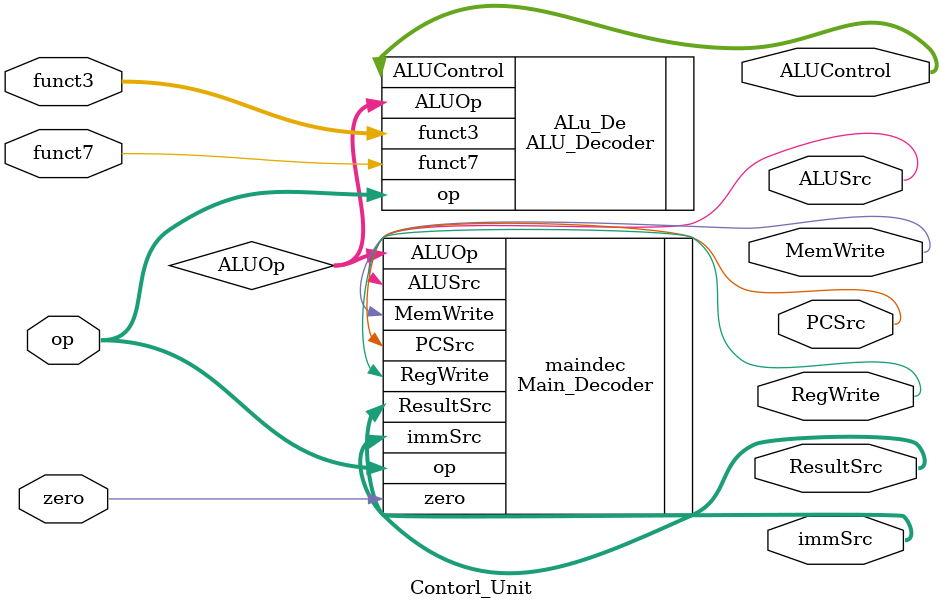
<source format=v>
module Contorl_Unit(
  input  zero,
  input  [6:0] op,
  input  [2:0] funct3,
  input  funct7,
  output [2:0] ALUControl,
  output PCSrc,
  output [1:0] ResultSrc,
  output MemWrite,
  output ALUSrc,
  output [1:0] immSrc,
  output RegWrite
);

  wire [1:0] ALUOp;
  
  Main_Decoder maindec(
    .zero(zero),
    .op(op),
    .PCSrc(PCSrc),
    .ResultSrc(ResultSrc),
    .MemWrite(MemWrite),
    .ALUSrc(ALUSrc),
    .immSrc(immSrc),
    .RegWrite(RegWrite),
    .ALUOp(ALUOp)
  );
  
  ALU_Decoder ALu_De(
    .funct3(funct3),
    .funct7(funct7),
    .ALUOp(ALUOp),
    .op(op), 
    .ALUControl(ALUControl) 
    );
  
endmodule

</source>
